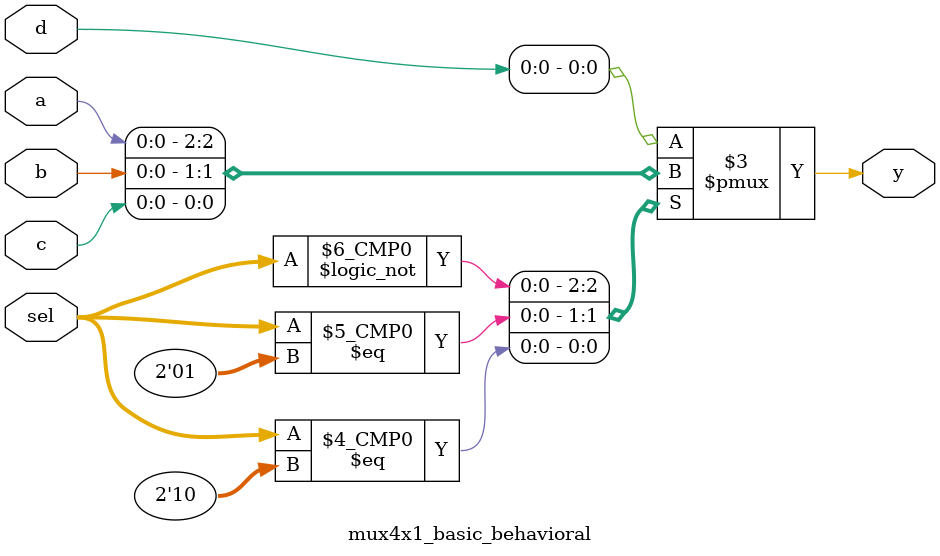
<source format=v>

module mux4x1_basic_behavioral(input [3:0] a, b, c, d,
                                input [1:0] sel,
                                output y);

    always @* begin
        case(sel)
            2'b00: y = a;
            2'b01: y = b;
            2'b10: y = c;
            default: y = d;
        endcase
    end

endmodule

</source>
